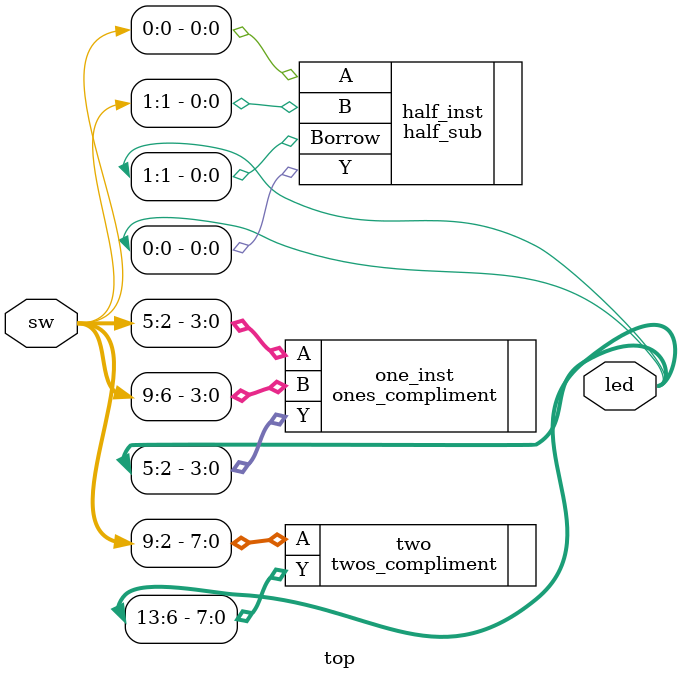
<source format=v>
module top(
    input [9:0] sw,
    output [13:0] led
);

    half_sub half_inst(
        .A(sw[0]),
        .B(sw[1]),
        .Y(led[0]),
        .Borrow(led[1])
    );
    
    ones_compliment one_inst(
        .A(sw[5:2]),
        .B(sw[9:6]),
        .Y(led[5:2])
    );
    
    twos_compliment two(
        .A(sw[9:2]),
        .Y(led[13:6])
    );

endmodule
</source>
